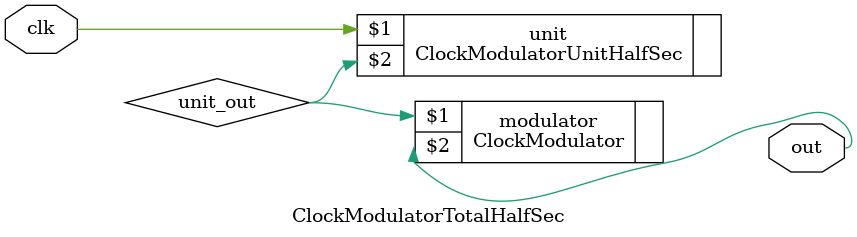
<source format=v>
`timescale 1ns / 1ps
module ClockModulatorTotalHalfSec(
	 input clk,
	 output out
    );
	 wire unit_out;
	 ClockModulatorUnitHalfSec unit(clk, unit_out);
	 ClockModulator modulator(unit_out, out);
endmodule
</source>
